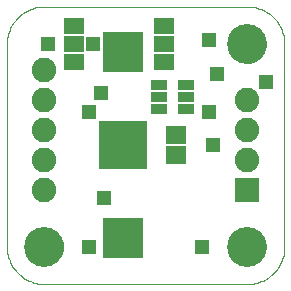
<source format=gbs>
G75*
G70*
%OFA0B0*%
%FSLAX24Y24*%
%IPPOS*%
%LPD*%
%AMOC8*
5,1,8,0,0,1.08239X$1,22.5*
%
%ADD10C,0.0000*%
%ADD11C,0.1330*%
%ADD12R,0.0820X0.0820*%
%ADD13C,0.0820*%
%ADD14R,0.0710X0.0540*%
%ADD15R,0.0580X0.0330*%
%ADD16R,0.1640X0.1640*%
%ADD17R,0.1330X0.1330*%
%ADD18R,0.0671X0.0592*%
%ADD19R,0.0476X0.0476*%
D10*
X000680Y001930D02*
X000680Y008680D01*
X000682Y008748D01*
X000687Y008815D01*
X000696Y008882D01*
X000709Y008949D01*
X000726Y009014D01*
X000745Y009079D01*
X000769Y009143D01*
X000796Y009205D01*
X000826Y009266D01*
X000859Y009324D01*
X000895Y009381D01*
X000935Y009436D01*
X000977Y009489D01*
X001023Y009540D01*
X001070Y009587D01*
X001121Y009633D01*
X001174Y009675D01*
X001229Y009715D01*
X001286Y009751D01*
X001344Y009784D01*
X001405Y009814D01*
X001467Y009841D01*
X001531Y009865D01*
X001596Y009884D01*
X001661Y009901D01*
X001728Y009914D01*
X001795Y009923D01*
X001862Y009928D01*
X001930Y009930D01*
X008680Y009930D01*
X008748Y009928D01*
X008815Y009923D01*
X008882Y009914D01*
X008949Y009901D01*
X009014Y009884D01*
X009079Y009865D01*
X009143Y009841D01*
X009205Y009814D01*
X009266Y009784D01*
X009324Y009751D01*
X009381Y009715D01*
X009436Y009675D01*
X009489Y009633D01*
X009540Y009587D01*
X009587Y009540D01*
X009633Y009489D01*
X009675Y009436D01*
X009715Y009381D01*
X009751Y009324D01*
X009784Y009266D01*
X009814Y009205D01*
X009841Y009143D01*
X009865Y009079D01*
X009884Y009014D01*
X009901Y008949D01*
X009914Y008882D01*
X009923Y008815D01*
X009928Y008748D01*
X009930Y008680D01*
X009930Y001930D01*
X009928Y001862D01*
X009923Y001795D01*
X009914Y001728D01*
X009901Y001661D01*
X009884Y001596D01*
X009865Y001531D01*
X009841Y001467D01*
X009814Y001405D01*
X009784Y001344D01*
X009751Y001286D01*
X009715Y001229D01*
X009675Y001174D01*
X009633Y001121D01*
X009587Y001070D01*
X009540Y001023D01*
X009489Y000977D01*
X009436Y000935D01*
X009381Y000895D01*
X009324Y000859D01*
X009266Y000826D01*
X009205Y000796D01*
X009143Y000769D01*
X009079Y000745D01*
X009014Y000726D01*
X008949Y000709D01*
X008882Y000696D01*
X008815Y000687D01*
X008748Y000682D01*
X008680Y000680D01*
X001930Y000680D01*
X001862Y000682D01*
X001795Y000687D01*
X001728Y000696D01*
X001661Y000709D01*
X001596Y000726D01*
X001531Y000745D01*
X001467Y000769D01*
X001405Y000796D01*
X001344Y000826D01*
X001286Y000859D01*
X001229Y000895D01*
X001174Y000935D01*
X001121Y000977D01*
X001070Y001023D01*
X001023Y001070D01*
X000977Y001121D01*
X000935Y001174D01*
X000895Y001229D01*
X000859Y001286D01*
X000826Y001344D01*
X000796Y001405D01*
X000769Y001467D01*
X000745Y001531D01*
X000726Y001596D01*
X000709Y001661D01*
X000696Y001728D01*
X000687Y001795D01*
X000682Y001862D01*
X000680Y001930D01*
X001305Y001930D02*
X001307Y001980D01*
X001313Y002029D01*
X001323Y002078D01*
X001336Y002125D01*
X001354Y002172D01*
X001375Y002217D01*
X001399Y002260D01*
X001427Y002301D01*
X001458Y002340D01*
X001492Y002376D01*
X001529Y002410D01*
X001569Y002440D01*
X001610Y002467D01*
X001654Y002491D01*
X001699Y002511D01*
X001746Y002527D01*
X001794Y002540D01*
X001843Y002549D01*
X001893Y002554D01*
X001942Y002555D01*
X001992Y002552D01*
X002041Y002545D01*
X002090Y002534D01*
X002137Y002520D01*
X002183Y002501D01*
X002228Y002479D01*
X002271Y002454D01*
X002311Y002425D01*
X002349Y002393D01*
X002385Y002359D01*
X002418Y002321D01*
X002447Y002281D01*
X002473Y002239D01*
X002496Y002195D01*
X002515Y002149D01*
X002531Y002102D01*
X002543Y002053D01*
X002551Y002004D01*
X002555Y001955D01*
X002555Y001905D01*
X002551Y001856D01*
X002543Y001807D01*
X002531Y001758D01*
X002515Y001711D01*
X002496Y001665D01*
X002473Y001621D01*
X002447Y001579D01*
X002418Y001539D01*
X002385Y001501D01*
X002349Y001467D01*
X002311Y001435D01*
X002271Y001406D01*
X002228Y001381D01*
X002183Y001359D01*
X002137Y001340D01*
X002090Y001326D01*
X002041Y001315D01*
X001992Y001308D01*
X001942Y001305D01*
X001893Y001306D01*
X001843Y001311D01*
X001794Y001320D01*
X001746Y001333D01*
X001699Y001349D01*
X001654Y001369D01*
X001610Y001393D01*
X001569Y001420D01*
X001529Y001450D01*
X001492Y001484D01*
X001458Y001520D01*
X001427Y001559D01*
X001399Y001600D01*
X001375Y001643D01*
X001354Y001688D01*
X001336Y001735D01*
X001323Y001782D01*
X001313Y001831D01*
X001307Y001880D01*
X001305Y001930D01*
X008055Y001930D02*
X008057Y001980D01*
X008063Y002029D01*
X008073Y002078D01*
X008086Y002125D01*
X008104Y002172D01*
X008125Y002217D01*
X008149Y002260D01*
X008177Y002301D01*
X008208Y002340D01*
X008242Y002376D01*
X008279Y002410D01*
X008319Y002440D01*
X008360Y002467D01*
X008404Y002491D01*
X008449Y002511D01*
X008496Y002527D01*
X008544Y002540D01*
X008593Y002549D01*
X008643Y002554D01*
X008692Y002555D01*
X008742Y002552D01*
X008791Y002545D01*
X008840Y002534D01*
X008887Y002520D01*
X008933Y002501D01*
X008978Y002479D01*
X009021Y002454D01*
X009061Y002425D01*
X009099Y002393D01*
X009135Y002359D01*
X009168Y002321D01*
X009197Y002281D01*
X009223Y002239D01*
X009246Y002195D01*
X009265Y002149D01*
X009281Y002102D01*
X009293Y002053D01*
X009301Y002004D01*
X009305Y001955D01*
X009305Y001905D01*
X009301Y001856D01*
X009293Y001807D01*
X009281Y001758D01*
X009265Y001711D01*
X009246Y001665D01*
X009223Y001621D01*
X009197Y001579D01*
X009168Y001539D01*
X009135Y001501D01*
X009099Y001467D01*
X009061Y001435D01*
X009021Y001406D01*
X008978Y001381D01*
X008933Y001359D01*
X008887Y001340D01*
X008840Y001326D01*
X008791Y001315D01*
X008742Y001308D01*
X008692Y001305D01*
X008643Y001306D01*
X008593Y001311D01*
X008544Y001320D01*
X008496Y001333D01*
X008449Y001349D01*
X008404Y001369D01*
X008360Y001393D01*
X008319Y001420D01*
X008279Y001450D01*
X008242Y001484D01*
X008208Y001520D01*
X008177Y001559D01*
X008149Y001600D01*
X008125Y001643D01*
X008104Y001688D01*
X008086Y001735D01*
X008073Y001782D01*
X008063Y001831D01*
X008057Y001880D01*
X008055Y001930D01*
X008055Y008680D02*
X008057Y008730D01*
X008063Y008779D01*
X008073Y008828D01*
X008086Y008875D01*
X008104Y008922D01*
X008125Y008967D01*
X008149Y009010D01*
X008177Y009051D01*
X008208Y009090D01*
X008242Y009126D01*
X008279Y009160D01*
X008319Y009190D01*
X008360Y009217D01*
X008404Y009241D01*
X008449Y009261D01*
X008496Y009277D01*
X008544Y009290D01*
X008593Y009299D01*
X008643Y009304D01*
X008692Y009305D01*
X008742Y009302D01*
X008791Y009295D01*
X008840Y009284D01*
X008887Y009270D01*
X008933Y009251D01*
X008978Y009229D01*
X009021Y009204D01*
X009061Y009175D01*
X009099Y009143D01*
X009135Y009109D01*
X009168Y009071D01*
X009197Y009031D01*
X009223Y008989D01*
X009246Y008945D01*
X009265Y008899D01*
X009281Y008852D01*
X009293Y008803D01*
X009301Y008754D01*
X009305Y008705D01*
X009305Y008655D01*
X009301Y008606D01*
X009293Y008557D01*
X009281Y008508D01*
X009265Y008461D01*
X009246Y008415D01*
X009223Y008371D01*
X009197Y008329D01*
X009168Y008289D01*
X009135Y008251D01*
X009099Y008217D01*
X009061Y008185D01*
X009021Y008156D01*
X008978Y008131D01*
X008933Y008109D01*
X008887Y008090D01*
X008840Y008076D01*
X008791Y008065D01*
X008742Y008058D01*
X008692Y008055D01*
X008643Y008056D01*
X008593Y008061D01*
X008544Y008070D01*
X008496Y008083D01*
X008449Y008099D01*
X008404Y008119D01*
X008360Y008143D01*
X008319Y008170D01*
X008279Y008200D01*
X008242Y008234D01*
X008208Y008270D01*
X008177Y008309D01*
X008149Y008350D01*
X008125Y008393D01*
X008104Y008438D01*
X008086Y008485D01*
X008073Y008532D01*
X008063Y008581D01*
X008057Y008630D01*
X008055Y008680D01*
D11*
X008680Y008680D03*
X008680Y001930D03*
X001930Y001930D03*
D12*
X008680Y003805D03*
D13*
X008680Y004805D03*
X008680Y005805D03*
X008680Y006805D03*
X001930Y006805D03*
X001930Y007805D03*
X001930Y005805D03*
X001930Y004805D03*
X001930Y003805D03*
D14*
X002930Y008080D03*
X002930Y008680D03*
X002930Y009280D03*
X005930Y009280D03*
X005930Y008680D03*
X005930Y008080D03*
D15*
X005755Y007305D03*
X005755Y006905D03*
X005755Y006505D03*
X006655Y006505D03*
X006655Y006905D03*
X006655Y007305D03*
D16*
X004555Y005305D03*
D17*
X004555Y008405D03*
X004555Y002205D03*
D18*
X006305Y004970D03*
X006305Y005640D03*
D19*
X007430Y006430D03*
X007555Y005305D03*
X009305Y007430D03*
X007680Y007680D03*
X007430Y008805D03*
X004930Y008055D03*
X004180Y008055D03*
X003555Y008680D03*
X002055Y008680D03*
X003805Y007055D03*
X003430Y006430D03*
X005055Y005305D03*
X003930Y003555D03*
X003430Y001930D03*
X007180Y001930D03*
M02*

</source>
